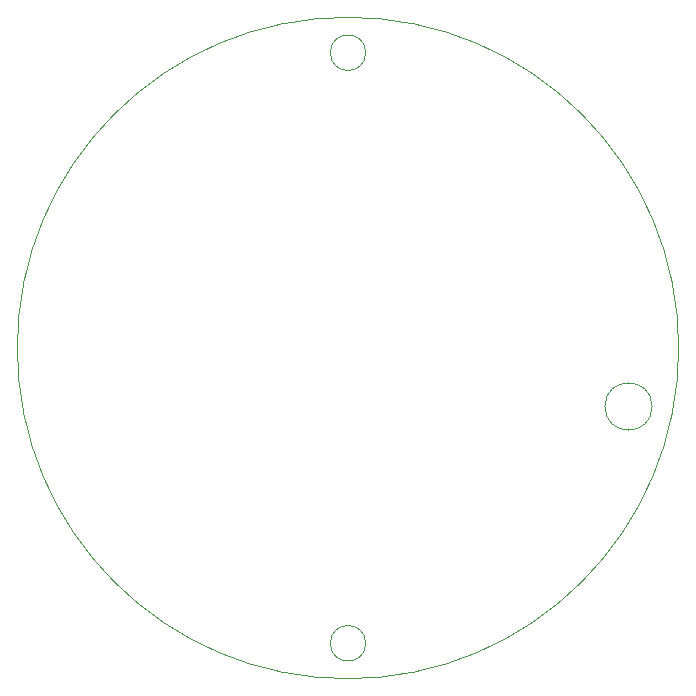
<source format=gbr>
G04 #@! TF.GenerationSoftware,KiCad,Pcbnew,(5.1.4-0-10_14)*
G04 #@! TF.CreationDate,2020-03-10T19:27:29+01:00*
G04 #@! TF.ProjectId,CanSat2020Probe,43616e53-6174-4323-9032-3050726f6265,v01*
G04 #@! TF.SameCoordinates,Original*
G04 #@! TF.FileFunction,Profile,NP*
%FSLAX46Y46*%
G04 Gerber Fmt 4.6, Leading zero omitted, Abs format (unit mm)*
G04 Created by KiCad (PCBNEW (5.1.4-0-10_14)) date 2020-03-10 19:27:29*
%MOMM*%
%LPD*%
G04 APERTURE LIST*
%ADD10C,0.120000*%
G04 APERTURE END LIST*
D10*
X175750000Y-104950000D02*
G75*
G03X175750000Y-104950000I-2000000J0D01*
G01*
X151500000Y-75000000D02*
G75*
G03X151500000Y-75000000I-1500000J0D01*
G01*
X178000000Y-100000000D02*
G75*
G03X178000000Y-100000000I-28000000J0D01*
G01*
X151500000Y-125000000D02*
G75*
G03X151500000Y-125000000I-1500000J0D01*
G01*
M02*

</source>
